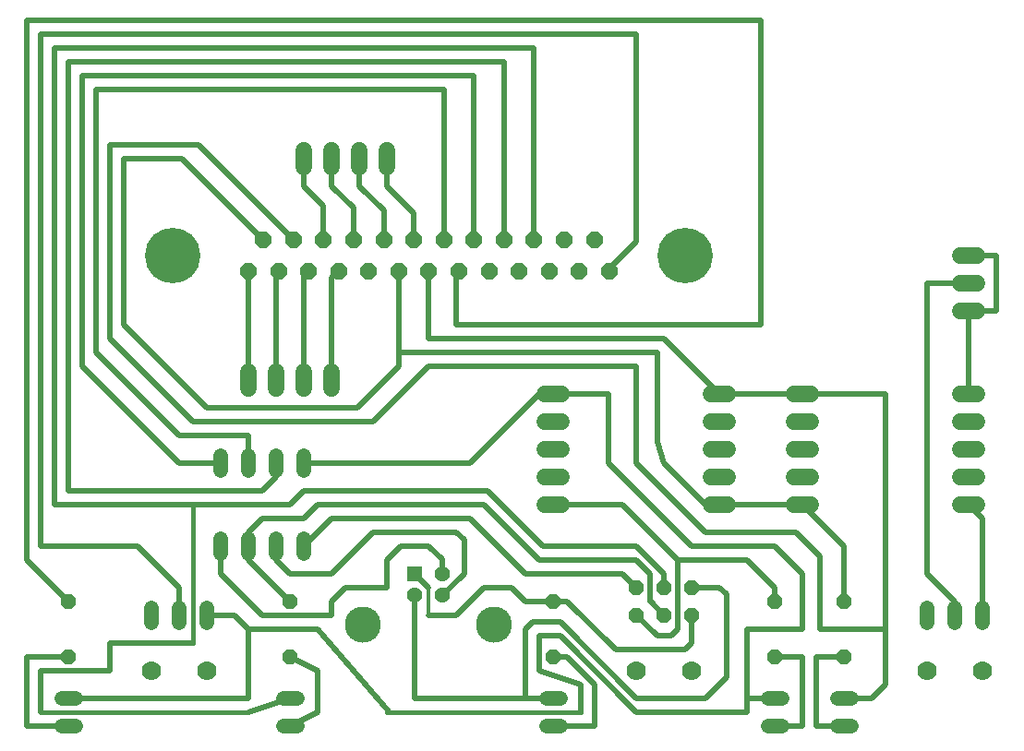
<source format=gbr>
G04 EAGLE Gerber RS-274X export*
G75*
%MOIN*%
%FSLAX34Y34*%
%LPD*%
%INBottom Copper*%
%IPPOS*%
%AMOC8*
5,1,8,0,0,1.08239X$1,22.5*%
G01*
%ADD10C,0.052000*%
%ADD11C,0.056220*%
%ADD12R,0.056220X0.056220*%
%ADD13C,0.130551*%
%ADD14P,0.056284X8X112.500000*%
%ADD15C,0.070000*%
%ADD16C,0.060000*%
%ADD17P,0.064943X8X22.500000*%
%ADD18C,0.200000*%
%ADD19C,0.020000*%
%ADD20C,0.016000*%
%ADD21C,0.012000*%


D10*
X34240Y500D02*
X34760Y500D01*
X34760Y1500D02*
X34240Y1500D01*
X32260Y500D02*
X31740Y500D01*
X31740Y1500D02*
X32260Y1500D01*
X24260Y500D02*
X23740Y500D01*
X23740Y1500D02*
X24260Y1500D01*
X14760Y500D02*
X14240Y500D01*
X14240Y1500D02*
X14760Y1500D01*
X6760Y500D02*
X6240Y500D01*
X6240Y1500D02*
X6760Y1500D01*
D11*
X19984Y6000D03*
D12*
X19000Y6000D03*
D11*
X19984Y5213D03*
X19000Y5213D03*
D13*
X21862Y4146D03*
X17122Y4146D03*
D14*
X27000Y4500D03*
X28000Y4500D03*
X29000Y4500D03*
D15*
X27000Y2500D03*
X29000Y2500D03*
D14*
X27000Y5500D03*
X28000Y5500D03*
X29000Y5500D03*
D10*
X9500Y4760D02*
X9500Y4240D01*
X10500Y4240D02*
X10500Y4760D01*
X11500Y4760D02*
X11500Y4240D01*
D15*
X9500Y2500D03*
X11500Y2500D03*
D10*
X37500Y4240D02*
X37500Y4760D01*
X38500Y4760D02*
X38500Y4240D01*
X39500Y4240D02*
X39500Y4760D01*
D15*
X37500Y2500D03*
X39500Y2500D03*
D16*
X39300Y17500D02*
X38700Y17500D01*
X38700Y16500D02*
X39300Y16500D01*
X39300Y15500D02*
X38700Y15500D01*
X18000Y20700D02*
X18000Y21300D01*
X17000Y21300D02*
X17000Y20700D01*
X16000Y20700D02*
X16000Y21300D01*
X15000Y21300D02*
X15000Y20700D01*
X13000Y13300D02*
X13000Y12700D01*
X14000Y12700D02*
X14000Y13300D01*
X15000Y13300D02*
X15000Y12700D01*
X16000Y12700D02*
X16000Y13300D01*
D17*
X26020Y16940D03*
X24930Y16940D03*
X23850Y16940D03*
X22760Y16940D03*
X21670Y16940D03*
X20590Y16940D03*
X19500Y16940D03*
X18410Y16940D03*
X17330Y16940D03*
X16240Y16940D03*
X15150Y16940D03*
X14070Y16940D03*
X12980Y16940D03*
X25480Y18060D03*
X24390Y18060D03*
X23300Y18060D03*
X22220Y18060D03*
X21130Y18060D03*
X20040Y18060D03*
X18960Y18060D03*
X17870Y18060D03*
X16780Y18060D03*
X15700Y18060D03*
X14610Y18060D03*
X13520Y18060D03*
D18*
X10240Y17500D03*
X28760Y17500D03*
D16*
X38700Y8500D02*
X39300Y8500D01*
X39300Y9500D02*
X38700Y9500D01*
X38700Y10500D02*
X39300Y10500D01*
X39300Y11500D02*
X38700Y11500D01*
X38700Y12500D02*
X39300Y12500D01*
X33300Y8500D02*
X32700Y8500D01*
X32700Y9500D02*
X33300Y9500D01*
X33300Y10500D02*
X32700Y10500D01*
X32700Y11500D02*
X33300Y11500D01*
X33300Y12500D02*
X32700Y12500D01*
X30300Y8500D02*
X29700Y8500D01*
X29700Y9500D02*
X30300Y9500D01*
X30300Y10500D02*
X29700Y10500D01*
X29700Y11500D02*
X30300Y11500D01*
X30300Y12500D02*
X29700Y12500D01*
X24300Y8500D02*
X23700Y8500D01*
X23700Y9500D02*
X24300Y9500D01*
X24300Y10500D02*
X23700Y10500D01*
X23700Y11500D02*
X24300Y11500D01*
X24300Y12500D02*
X23700Y12500D01*
D14*
X34500Y3000D03*
X34500Y5000D03*
X32000Y3000D03*
X32000Y5000D03*
X24000Y3000D03*
X24000Y5000D03*
X14500Y3000D03*
X14500Y5000D03*
X6500Y3000D03*
X6500Y5000D03*
D10*
X12000Y9740D02*
X12000Y10260D01*
X13000Y10260D02*
X13000Y9740D01*
X13000Y7260D02*
X13000Y6740D01*
X12000Y6740D02*
X12000Y7260D01*
X14000Y9740D02*
X14000Y10260D01*
X15000Y10260D02*
X15000Y9740D01*
X14000Y7260D02*
X14000Y6740D01*
X15000Y6740D02*
X15000Y7260D01*
D19*
X39000Y12500D02*
X39000Y15500D01*
X40000Y15500D01*
X40000Y17500D01*
X39000Y17500D01*
X39000Y16500D02*
X37500Y16500D01*
X37500Y6000D01*
X38500Y5000D01*
X38500Y4500D01*
X39500Y8000D02*
X39000Y8500D01*
X39500Y8000D02*
X39500Y4500D01*
X33000Y8500D02*
X30000Y8500D01*
X13520Y18060D02*
X10580Y21000D01*
X8500Y21000D01*
X8500Y15000D01*
X11500Y12000D01*
X18410Y14000D02*
X18410Y16940D01*
X18410Y14000D02*
X27750Y14000D01*
X18410Y13500D02*
X16910Y12000D01*
X11500Y12000D01*
X33000Y8500D02*
X34500Y7000D01*
X34500Y5000D01*
X18410Y13500D02*
X18410Y14000D01*
X27750Y14000D02*
X27750Y10750D01*
X29500Y8500D02*
X30000Y8500D01*
X29500Y8500D02*
X28000Y10000D01*
X27750Y10750D01*
X26500Y8500D02*
X24000Y8500D01*
X31000Y6500D02*
X32000Y5500D01*
X32000Y5000D01*
X27750Y3750D02*
X27000Y4500D01*
X28250Y3750D02*
X28500Y4000D01*
X28250Y3750D02*
X27750Y3750D01*
X28500Y6500D02*
X31000Y6500D01*
X28500Y6500D02*
X26500Y8500D01*
X28500Y6500D02*
X28500Y4000D01*
X16000Y16700D02*
X16240Y16940D01*
X16000Y16700D02*
X16000Y13000D01*
X15000Y16790D02*
X15150Y16940D01*
X15000Y16790D02*
X15000Y13000D01*
X14000Y16870D02*
X14070Y16940D01*
X14000Y16870D02*
X14000Y13000D01*
X13000Y13000D02*
X13000Y16920D01*
X12980Y16940D01*
X18000Y20000D02*
X18000Y21000D01*
X18960Y19040D02*
X18960Y18060D01*
X18960Y19040D02*
X18000Y20000D01*
X17000Y20000D02*
X17000Y21000D01*
X17870Y19130D02*
X17870Y18060D01*
X17870Y19130D02*
X17000Y20000D01*
X16000Y20000D02*
X16000Y21000D01*
X16780Y19220D02*
X16780Y18060D01*
X16780Y19220D02*
X16000Y20000D01*
X15000Y20000D02*
X15000Y21000D01*
X15000Y20000D02*
X15700Y19300D01*
X15700Y18060D01*
X5000Y26000D02*
X5000Y6500D01*
X5000Y26000D02*
X31500Y26000D01*
X31500Y15000D01*
X20500Y15000D01*
X20500Y16850D01*
X20590Y16940D01*
X6500Y5000D02*
X5000Y6500D01*
X25500Y2000D02*
X25500Y500D01*
X24000Y500D01*
X24000Y3000D02*
X24500Y3000D01*
X25500Y2000D01*
X6500Y3000D02*
X5000Y3000D01*
X5000Y500D01*
X6500Y500D01*
X33500Y3000D02*
X34500Y3000D01*
X33500Y3000D02*
X33500Y500D01*
X34500Y500D01*
X33000Y3000D02*
X32000Y3000D01*
X33000Y3000D02*
X33000Y500D01*
X32000Y500D01*
X27495Y4995D02*
X27500Y5000D01*
X23500Y6500D02*
X21500Y8500D01*
X15500Y8500D01*
X13000Y7000D02*
X13000Y6500D01*
X14500Y5000D01*
X27505Y4995D02*
X28000Y4500D01*
X27505Y4995D02*
X27495Y4995D01*
X27000Y6500D02*
X23500Y6500D01*
X27000Y6500D02*
X27500Y6000D01*
X27500Y5000D01*
X15000Y8000D02*
X13500Y8000D01*
X13000Y7500D01*
X13000Y7000D01*
X15000Y8000D02*
X15500Y8500D01*
X27000Y1500D02*
X29500Y1500D01*
X23000Y1500D02*
X23000Y4000D01*
X23000Y1500D02*
X24000Y1500D01*
X23000Y1500D02*
X19000Y1500D01*
X29500Y1500D02*
X30250Y2250D01*
X19000Y1500D02*
X19000Y5213D01*
X30250Y5250D02*
X30250Y2250D01*
X30000Y5500D02*
X29000Y5500D01*
X30000Y5500D02*
X30250Y5250D01*
X27000Y1500D02*
X24250Y4250D01*
X23250Y4250D01*
X23000Y4000D01*
X21130Y24000D02*
X7000Y24000D01*
X7000Y13500D01*
X21130Y18060D02*
X21130Y24000D01*
X12000Y10000D02*
X10500Y10000D01*
X7000Y13500D01*
X6500Y24500D02*
X22220Y24500D01*
X6500Y24500D02*
X6500Y9000D01*
X22220Y18060D02*
X22220Y24500D01*
X14000Y9500D02*
X13500Y9000D01*
X14000Y9500D02*
X14000Y10000D01*
X13500Y9000D02*
X6500Y9000D01*
X21620Y9000D02*
X23620Y7000D01*
X5500Y2500D02*
X5500Y1000D01*
D20*
X13000Y1000D01*
D19*
X14500Y1500D01*
X28000Y5500D02*
X28000Y6000D01*
X27000Y7000D02*
X23620Y7000D01*
X23300Y25000D02*
X6000Y25000D01*
X6000Y8500D01*
X23300Y18060D02*
X23300Y25000D01*
X11000Y8500D02*
X6000Y8500D01*
X15000Y9000D02*
X21620Y9000D01*
D20*
X11000Y8500D02*
X11000Y3500D01*
D19*
X27000Y7000D02*
X28000Y6000D01*
X11000Y3500D02*
X8000Y3500D01*
X8000Y2500D01*
X5500Y2500D01*
X11000Y8500D02*
X14500Y8500D01*
X15000Y9000D01*
X5500Y25500D02*
X27000Y25500D01*
X26020Y17020D02*
X26020Y16940D01*
X26020Y17020D02*
X27000Y18000D01*
X27000Y25500D01*
X5500Y25500D02*
X5500Y7000D01*
X10500Y5500D02*
X10500Y4500D01*
X10500Y5500D02*
X9000Y7000D01*
X5500Y7000D01*
X33000Y12500D02*
X36000Y12500D01*
X36000Y4000D02*
X36000Y2000D01*
X36000Y4000D02*
X36000Y12500D01*
X35500Y1500D02*
X34500Y1500D01*
X35500Y1500D02*
X36000Y2000D01*
X33000Y12500D02*
X30000Y12500D01*
X28000Y14500D02*
X19500Y14500D01*
X19500Y16940D01*
X14610Y18060D02*
X11170Y21500D01*
X8000Y21500D02*
X8000Y14500D01*
X11000Y11500D01*
X11170Y21500D02*
X8000Y21500D01*
X11000Y11500D02*
X17500Y11500D01*
X33620Y4000D02*
X36000Y4000D01*
X33620Y6620D02*
X32740Y7500D01*
X33620Y6620D02*
X33620Y4000D01*
X30000Y12500D02*
X28000Y14500D01*
X19500Y13500D02*
X17500Y11500D01*
X19500Y13500D02*
X27000Y13500D01*
X29500Y7500D02*
X32740Y7500D01*
X29500Y7500D02*
X27000Y10000D01*
X27000Y13500D01*
X15500Y1000D02*
X14500Y500D01*
X15500Y1000D02*
X15500Y2500D01*
X14500Y3000D01*
X20040Y18060D02*
X20040Y23500D01*
X7500Y23500D01*
X7500Y14000D01*
X10500Y11000D01*
X13000Y11000D01*
X20000Y18000D02*
X20040Y18040D01*
X20040Y18060D01*
X13000Y11000D02*
X13000Y10000D01*
X29000Y4500D02*
X29000Y3500D01*
X26250Y3250D02*
X24500Y5000D01*
X24000Y5000D01*
X23000Y5000D01*
X22500Y5500D01*
X21500Y5500D01*
X20500Y4500D01*
X19500Y4500D01*
D21*
X19500Y5500D01*
D19*
X19000Y6000D01*
X28750Y3250D02*
X29000Y3500D01*
X28750Y3250D02*
X26250Y3250D01*
X27000Y5500D02*
X26500Y6000D01*
X23000Y6000D02*
X21000Y8000D01*
X16000Y8000D01*
X15000Y7000D01*
X23000Y6000D02*
X26500Y6000D01*
X26000Y12500D02*
X24000Y12500D01*
X15500Y4000D02*
X13000Y4000D01*
X15500Y4000D02*
X18043Y1033D01*
X23500Y2500D02*
X25000Y2000D01*
X23500Y2500D02*
X23500Y3750D01*
X33000Y4000D02*
X33000Y6000D01*
X33000Y4000D02*
X31000Y4000D01*
X31000Y1500D01*
X32000Y1500D01*
X31000Y1000D02*
X27000Y1000D01*
X13000Y1500D02*
X6500Y1500D01*
X21000Y10000D02*
X23500Y12500D01*
X21000Y10000D02*
X15000Y10000D01*
X13000Y4000D02*
X13000Y1500D01*
X31000Y1500D02*
X31000Y1000D01*
X24000Y12500D02*
X23500Y12500D01*
X26000Y12500D02*
X26000Y10000D01*
X32000Y7000D02*
X33000Y6000D01*
X32000Y7000D02*
X29000Y7000D01*
X26000Y10000D01*
X24250Y3750D02*
X27000Y1000D01*
X24250Y3750D02*
X23500Y3750D01*
X13000Y4000D02*
X12500Y4500D01*
X11500Y4500D01*
X25000Y2000D02*
X25000Y1000D01*
D20*
X18000Y1000D01*
D19*
X19984Y6000D02*
X19984Y6516D01*
X19500Y7000D01*
X18500Y7000D01*
X16500Y5500D02*
X16000Y5000D01*
X16000Y4500D01*
X13500Y4500D01*
X16500Y5500D02*
X18000Y5500D01*
X18000Y6500D01*
X18500Y7000D01*
X13500Y4500D02*
X12000Y6000D01*
X12000Y7000D01*
X19984Y5213D02*
X20772Y6000D01*
X20772Y7228D01*
X20500Y7500D01*
X17500Y7500D01*
X16000Y6000D01*
X14500Y6000D01*
X14000Y6500D01*
X14000Y7000D01*
M02*

</source>
